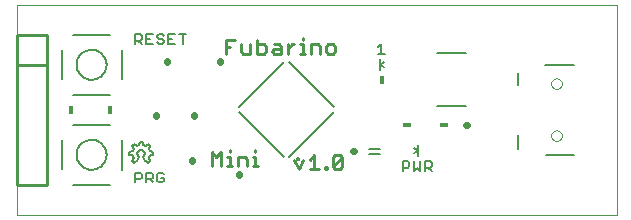
<source format=gto>
G75*
G70*
%OFA0B0*%
%FSLAX24Y24*%
%IPPOS*%
%LPD*%
%AMOC8*
5,1,8,0,0,1.08239X$1,22.5*
%
%ADD10C,0.0000*%
%ADD11C,0.0100*%
%ADD12C,0.0070*%
%ADD13C,0.0220*%
%ADD14R,0.0180X0.0300*%
%ADD15C,0.0080*%
%ADD16R,0.0300X0.0180*%
%ADD17C,0.0050*%
D10*
X000151Y000151D02*
X000151Y007151D01*
X020151Y007151D01*
X020151Y000151D01*
X000151Y000151D01*
X017974Y002785D02*
X017976Y002811D01*
X017982Y002837D01*
X017992Y002862D01*
X018005Y002885D01*
X018021Y002905D01*
X018041Y002923D01*
X018063Y002938D01*
X018086Y002950D01*
X018112Y002958D01*
X018138Y002962D01*
X018164Y002962D01*
X018190Y002958D01*
X018216Y002950D01*
X018240Y002938D01*
X018261Y002923D01*
X018281Y002905D01*
X018297Y002885D01*
X018310Y002862D01*
X018320Y002837D01*
X018326Y002811D01*
X018328Y002785D01*
X018326Y002759D01*
X018320Y002733D01*
X018310Y002708D01*
X018297Y002685D01*
X018281Y002665D01*
X018261Y002647D01*
X018239Y002632D01*
X018216Y002620D01*
X018190Y002612D01*
X018164Y002608D01*
X018138Y002608D01*
X018112Y002612D01*
X018086Y002620D01*
X018062Y002632D01*
X018041Y002647D01*
X018021Y002665D01*
X018005Y002685D01*
X017992Y002708D01*
X017982Y002733D01*
X017976Y002759D01*
X017974Y002785D01*
X017974Y004517D02*
X017976Y004543D01*
X017982Y004569D01*
X017992Y004594D01*
X018005Y004617D01*
X018021Y004637D01*
X018041Y004655D01*
X018063Y004670D01*
X018086Y004682D01*
X018112Y004690D01*
X018138Y004694D01*
X018164Y004694D01*
X018190Y004690D01*
X018216Y004682D01*
X018240Y004670D01*
X018261Y004655D01*
X018281Y004637D01*
X018297Y004617D01*
X018310Y004594D01*
X018320Y004569D01*
X018326Y004543D01*
X018328Y004517D01*
X018326Y004491D01*
X018320Y004465D01*
X018310Y004440D01*
X018297Y004417D01*
X018281Y004397D01*
X018261Y004379D01*
X018239Y004364D01*
X018216Y004352D01*
X018190Y004344D01*
X018164Y004340D01*
X018138Y004340D01*
X018112Y004344D01*
X018086Y004352D01*
X018062Y004364D01*
X018041Y004379D01*
X018021Y004397D01*
X018005Y004417D01*
X017992Y004440D01*
X017982Y004465D01*
X017976Y004491D01*
X017974Y004517D01*
D11*
X010997Y002065D02*
X010690Y001758D01*
X010767Y001681D01*
X010920Y001681D01*
X010997Y001758D01*
X010997Y002065D01*
X010920Y002142D01*
X010767Y002142D01*
X010690Y002065D01*
X010690Y001758D01*
X010509Y001758D02*
X010509Y001681D01*
X010432Y001681D01*
X010432Y001758D01*
X010509Y001758D01*
X010224Y001681D02*
X009917Y001681D01*
X010070Y001681D02*
X010070Y002142D01*
X009917Y001988D01*
X009708Y001988D02*
X009555Y001681D01*
X009401Y001988D01*
X008190Y001781D02*
X008036Y001781D01*
X008113Y001781D02*
X008113Y002088D01*
X008036Y002088D01*
X007827Y002011D02*
X007827Y001781D01*
X007521Y001781D02*
X007521Y002088D01*
X007751Y002088D01*
X007827Y002011D01*
X008113Y002242D02*
X008113Y002318D01*
X007254Y002318D02*
X007254Y002242D01*
X006968Y002242D02*
X006968Y001781D01*
X007177Y001781D02*
X007330Y001781D01*
X007254Y001781D02*
X007254Y002088D01*
X007177Y002088D01*
X006968Y002242D02*
X006815Y002088D01*
X006661Y002242D01*
X006661Y001781D01*
X001151Y001151D02*
X000151Y001151D01*
X000151Y005151D01*
X000151Y006151D01*
X001151Y006151D01*
X001151Y005151D01*
X000151Y005151D01*
X001151Y005151D02*
X001151Y001151D01*
X007121Y005521D02*
X007121Y005982D01*
X007428Y005982D01*
X007637Y005828D02*
X007637Y005598D01*
X007714Y005521D01*
X007944Y005521D01*
X007944Y005828D01*
X008152Y005828D02*
X008383Y005828D01*
X008459Y005751D01*
X008459Y005598D01*
X008383Y005521D01*
X008152Y005521D01*
X008152Y005982D01*
X008745Y005828D02*
X008898Y005828D01*
X008975Y005751D01*
X008975Y005521D01*
X008745Y005521D01*
X008668Y005598D01*
X008745Y005675D01*
X008975Y005675D01*
X009184Y005675D02*
X009337Y005828D01*
X009414Y005828D01*
X009613Y005828D02*
X009690Y005828D01*
X009690Y005521D01*
X009613Y005521D02*
X009767Y005521D01*
X009957Y005521D02*
X009957Y005828D01*
X010187Y005828D01*
X010264Y005751D01*
X010264Y005521D01*
X010473Y005598D02*
X010549Y005521D01*
X010703Y005521D01*
X010780Y005598D01*
X010780Y005751D01*
X010703Y005828D01*
X010549Y005828D01*
X010473Y005751D01*
X010473Y005598D01*
X009690Y005982D02*
X009690Y006058D01*
X009184Y005828D02*
X009184Y005521D01*
X007275Y005751D02*
X007121Y005751D01*
D12*
X005800Y006176D02*
X005579Y006176D01*
X005689Y006176D02*
X005689Y005846D01*
X005431Y005846D02*
X005211Y005846D01*
X005211Y006176D01*
X005431Y006176D01*
X005321Y006011D02*
X005211Y006011D01*
X005063Y005956D02*
X005063Y005901D01*
X005008Y005846D01*
X004898Y005846D01*
X004843Y005901D01*
X004695Y005846D02*
X004474Y005846D01*
X004474Y006176D01*
X004695Y006176D01*
X004843Y006121D02*
X004843Y006066D01*
X004898Y006011D01*
X005008Y006011D01*
X005063Y005956D01*
X005063Y006121D02*
X005008Y006176D01*
X004898Y006176D01*
X004843Y006121D01*
X004585Y006011D02*
X004474Y006011D01*
X004326Y006011D02*
X004271Y005956D01*
X004106Y005956D01*
X004106Y005846D02*
X004106Y006176D01*
X004271Y006176D01*
X004326Y006121D01*
X004326Y006011D01*
X004216Y005956D02*
X004326Y005846D01*
X012206Y005726D02*
X012316Y005836D01*
X012316Y005506D01*
X012206Y005506D02*
X012426Y005506D01*
X013026Y001936D02*
X013191Y001936D01*
X013246Y001881D01*
X013246Y001771D01*
X013191Y001716D01*
X013026Y001716D01*
X013026Y001606D02*
X013026Y001936D01*
X013394Y001936D02*
X013394Y001606D01*
X013505Y001716D01*
X013615Y001606D01*
X013615Y001936D01*
X013763Y001936D02*
X013928Y001936D01*
X013983Y001881D01*
X013983Y001771D01*
X013928Y001716D01*
X013763Y001716D01*
X013873Y001716D02*
X013983Y001606D01*
X013763Y001606D02*
X013763Y001936D01*
X005063Y001501D02*
X005008Y001556D01*
X004898Y001556D01*
X004843Y001501D01*
X004843Y001281D01*
X004898Y001226D01*
X005008Y001226D01*
X005063Y001281D01*
X005063Y001391D01*
X004953Y001391D01*
X004695Y001391D02*
X004695Y001501D01*
X004640Y001556D01*
X004474Y001556D01*
X004474Y001226D01*
X004585Y001336D02*
X004695Y001226D01*
X004640Y001336D02*
X004474Y001336D01*
X004326Y001391D02*
X004271Y001336D01*
X004106Y001336D01*
X004326Y001391D02*
X004326Y001501D01*
X004271Y001556D01*
X004106Y001556D01*
X004106Y001226D01*
X004640Y001336D02*
X004695Y001391D01*
D13*
X005991Y001939D02*
X005991Y001963D01*
X007559Y001511D02*
X007559Y001487D01*
X011359Y002271D02*
X011383Y002271D01*
X015139Y003151D02*
X015163Y003151D01*
X006931Y005259D02*
X006931Y005283D01*
X005151Y005239D02*
X005151Y005263D01*
X004791Y003483D02*
X004791Y003459D01*
X006051Y003483D02*
X006051Y003459D01*
D14*
X003251Y003651D03*
X001971Y003651D03*
X012331Y004651D03*
D15*
X012264Y004970D02*
X012264Y005151D01*
X012386Y005243D01*
X012264Y005332D02*
X012264Y005151D01*
X012270Y005141D02*
X012386Y005065D01*
X013518Y002472D02*
X013518Y002291D01*
X013396Y002199D01*
X013518Y002110D02*
X013518Y002291D01*
X013512Y002301D02*
X013396Y002377D01*
X004691Y002241D02*
X004691Y002151D01*
X004591Y002131D01*
X004551Y002041D01*
X004611Y001951D01*
X004541Y001891D01*
X004461Y001951D01*
X004421Y001931D01*
X004361Y002091D01*
X004241Y002091D02*
X004181Y001931D01*
X004141Y001951D01*
X004061Y001891D01*
X003991Y001951D01*
X004051Y002041D01*
X004011Y002131D01*
X003911Y002151D01*
X003911Y002241D01*
X004021Y002261D01*
X004051Y002351D01*
X003991Y002441D01*
X004061Y002511D01*
X004151Y002441D01*
X004231Y002481D01*
X004261Y002591D01*
X004351Y002591D01*
X004371Y002481D01*
X004451Y002441D01*
X004541Y002511D01*
X004611Y002441D01*
X004551Y002351D01*
X004591Y002261D01*
X004691Y002241D01*
X004361Y002091D02*
X004378Y002103D01*
X004393Y002118D01*
X004406Y002135D01*
X004415Y002154D01*
X004420Y002175D01*
X004422Y002196D01*
X004420Y002217D01*
X004415Y002237D01*
X004406Y002256D01*
X004394Y002274D01*
X004379Y002289D01*
X004362Y002301D01*
X004342Y002310D01*
X004322Y002315D01*
X004301Y002317D01*
X004280Y002315D01*
X004260Y002310D01*
X004240Y002301D01*
X004223Y002289D01*
X004208Y002274D01*
X004196Y002256D01*
X004187Y002237D01*
X004182Y002217D01*
X004180Y002196D01*
X004182Y002175D01*
X004187Y002154D01*
X004196Y002135D01*
X004209Y002118D01*
X004224Y002103D01*
X004241Y002091D01*
X003651Y001651D02*
X003651Y002639D01*
X003257Y003151D02*
X002045Y003151D01*
X001651Y002639D02*
X001651Y001663D01*
X002045Y001151D02*
X003257Y001151D01*
X002151Y002151D02*
X002153Y002195D01*
X002159Y002239D01*
X002169Y002282D01*
X002182Y002324D01*
X002199Y002365D01*
X002220Y002404D01*
X002244Y002441D01*
X002271Y002476D01*
X002301Y002508D01*
X002334Y002538D01*
X002370Y002564D01*
X002407Y002588D01*
X002447Y002607D01*
X002488Y002624D01*
X002531Y002636D01*
X002574Y002645D01*
X002618Y002650D01*
X002662Y002651D01*
X002706Y002648D01*
X002750Y002641D01*
X002793Y002630D01*
X002835Y002616D01*
X002875Y002598D01*
X002914Y002576D01*
X002950Y002552D01*
X002984Y002524D01*
X003016Y002493D01*
X003045Y002459D01*
X003071Y002423D01*
X003093Y002385D01*
X003112Y002345D01*
X003127Y002303D01*
X003139Y002261D01*
X003147Y002217D01*
X003151Y002173D01*
X003151Y002129D01*
X003147Y002085D01*
X003139Y002041D01*
X003127Y001999D01*
X003112Y001957D01*
X003093Y001917D01*
X003071Y001879D01*
X003045Y001843D01*
X003016Y001809D01*
X002984Y001778D01*
X002950Y001750D01*
X002914Y001726D01*
X002875Y001704D01*
X002835Y001686D01*
X002793Y001672D01*
X002750Y001661D01*
X002706Y001654D01*
X002662Y001651D01*
X002618Y001652D01*
X002574Y001657D01*
X002531Y001666D01*
X002488Y001678D01*
X002447Y001695D01*
X002407Y001714D01*
X002370Y001738D01*
X002334Y001764D01*
X002301Y001794D01*
X002271Y001826D01*
X002244Y001861D01*
X002220Y001898D01*
X002199Y001937D01*
X002182Y001978D01*
X002169Y002020D01*
X002159Y002063D01*
X002153Y002107D01*
X002151Y002151D01*
X002045Y004151D02*
X003257Y004151D01*
X003651Y004663D02*
X003651Y005639D01*
X003257Y006151D02*
X002045Y006151D01*
X001651Y005651D02*
X001651Y004663D01*
X002151Y005151D02*
X002153Y005195D01*
X002159Y005239D01*
X002169Y005282D01*
X002182Y005324D01*
X002199Y005365D01*
X002220Y005404D01*
X002244Y005441D01*
X002271Y005476D01*
X002301Y005508D01*
X002334Y005538D01*
X002370Y005564D01*
X002407Y005588D01*
X002447Y005607D01*
X002488Y005624D01*
X002531Y005636D01*
X002574Y005645D01*
X002618Y005650D01*
X002662Y005651D01*
X002706Y005648D01*
X002750Y005641D01*
X002793Y005630D01*
X002835Y005616D01*
X002875Y005598D01*
X002914Y005576D01*
X002950Y005552D01*
X002984Y005524D01*
X003016Y005493D01*
X003045Y005459D01*
X003071Y005423D01*
X003093Y005385D01*
X003112Y005345D01*
X003127Y005303D01*
X003139Y005261D01*
X003147Y005217D01*
X003151Y005173D01*
X003151Y005129D01*
X003147Y005085D01*
X003139Y005041D01*
X003127Y004999D01*
X003112Y004957D01*
X003093Y004917D01*
X003071Y004879D01*
X003045Y004843D01*
X003016Y004809D01*
X002984Y004778D01*
X002950Y004750D01*
X002914Y004726D01*
X002875Y004704D01*
X002835Y004686D01*
X002793Y004672D01*
X002750Y004661D01*
X002706Y004654D01*
X002662Y004651D01*
X002618Y004652D01*
X002574Y004657D01*
X002531Y004666D01*
X002488Y004678D01*
X002447Y004695D01*
X002407Y004714D01*
X002370Y004738D01*
X002334Y004764D01*
X002301Y004794D01*
X002271Y004826D01*
X002244Y004861D01*
X002220Y004898D01*
X002199Y004937D01*
X002182Y004978D01*
X002169Y005020D01*
X002159Y005063D01*
X002153Y005107D01*
X002151Y005151D01*
D16*
X013151Y003151D03*
X014411Y003151D03*
D17*
X014161Y003771D02*
X015131Y003771D01*
X016852Y004478D02*
X016852Y004872D01*
X017757Y005147D02*
X018742Y005147D01*
X015131Y005531D02*
X014161Y005531D01*
X010738Y003735D02*
X009240Y005232D01*
X009062Y005232D02*
X007564Y003735D01*
X007564Y003568D02*
X009062Y002070D01*
X009240Y002070D02*
X010738Y003568D01*
X011914Y002350D02*
X012268Y002350D01*
X012268Y002192D02*
X011914Y002192D01*
X009497Y002018D02*
X009499Y002030D01*
X009504Y002041D01*
X009513Y002050D01*
X009524Y002055D01*
X009536Y002057D01*
X009548Y002055D01*
X009559Y002050D01*
X009568Y002041D01*
X009573Y002030D01*
X009575Y002018D01*
X009573Y002006D01*
X009568Y001995D01*
X009559Y001986D01*
X009548Y001981D01*
X009536Y001979D01*
X009524Y001981D01*
X009513Y001986D01*
X009504Y001995D01*
X009499Y002006D01*
X009497Y002018D01*
X016852Y002352D02*
X016852Y002824D01*
X017797Y002155D02*
X018742Y002155D01*
M02*

</source>
